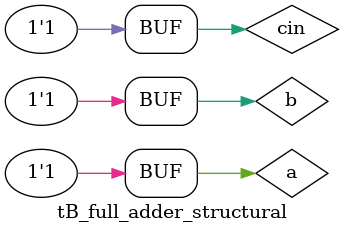
<source format=v>
module tB_full_adder_structural();
 // Declare variables and nets for module ports
    reg a;
    reg b;
    reg cin;
    wire sum;
    wire cout;  
  
    // Instantiate the module
    full_adder_structural FULL_ADD(
        .a(a),
        .b(b),
        .carry_in(cin),
        .sum(sum),
        .carry_out(cout)
        );
  
    // Generate stimulus and monitor module ports
    initial begin
      $monitor("a=%b, b=%b, carry_in=%0b, sum=%b, carry_out=%b", a, b, cin, sum, cout);
    end  
  
    initial begin // the same data as in the truth table
        #1; a = 0; b = 0; cin = 0;
        #1; a = 0; b = 0; cin = 1;
        #1; a = 0; b = 1; cin = 0;
        #1; a = 0; b = 1; cin = 1;
        #1; a = 1; b = 0; cin = 0;
        #1; a = 1; b = 0; cin = 1;
        #1; a = 1; b = 1; cin = 0;
        #1; a = 1; b = 1; cin = 1;
    end
  
endmodule

/*
Output:
# a=x, b=x, carry_in=x, sum=x, carry_out=x
# a=0, b=0, carry_in=0, sum=0, carry_out=0
# a=0, b=0, carry_in=1, sum=1, carry_out=0
# a=0, b=1, carry_in=0, sum=1, carry_out=0
# a=0, b=1, carry_in=1, sum=0, carry_out=1
# a=1, b=0, carry_in=0, sum=1, carry_out=0
# a=1, b=0, carry_in=1, sum=0, carry_out=1
# a=1, b=1, carry_in=0, sum=0, carry_out=1
# a=1, b=1, carry_in=1, sum=1, carry_out=1

*/
</source>
